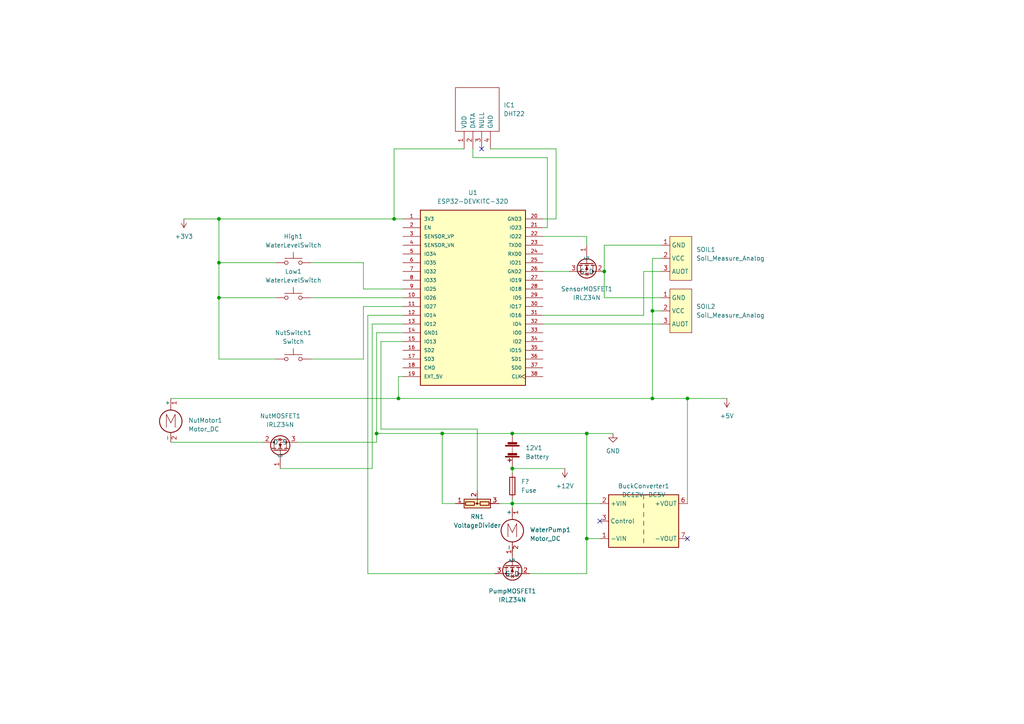
<source format=kicad_sch>
(kicad_sch (version 20211123) (generator eeschema)
  (paper "A4")
  (title_block (title "Automatic drip watering with nutrition") (date "2022-06-05") (rev "06.05"))
  (lib_symbols
    (symbol "Converter_DCDC:NCS1S1203SC"
      (property "Reference" "U" (at -8.89 8.89 0))
      (property "Value" "NCS1S1203SC" (at 8.89 8.89 0))
      (symbol "NCS1S1203SC_0_1"
        (rectangle (start -10.16 7.62) (end 10.16 -7.62) (stroke (width 0.254)) (fill (type background)))
        (polyline (pts (xy 0 -5.08) (xy 0 -6.35)))
        (polyline (pts (xy 0 -2.54) (xy 0 -3.81)))
        (polyline (pts (xy 0 0) (xy 0 -1.27)))
        (polyline (pts (xy 0 2.54) (xy 0 1.27)))
        (polyline (pts (xy 0 5.08) (xy 0 3.81)))
        (polyline (pts (xy 0 7.62) (xy 0 6.35)))
      )
      (symbol "NCS1S1203SC_1_1"
        (pin power_in line (at -12.7 -5.08 0) (length 2.54) (name "-VIN") (number "1"))
        (pin power_in line (at -12.7 5.08 0) (length 2.54) (name "+VIN") (number "2"))
        (pin input line (at -12.7 0 0) (length 2.54) (name "Control") (number "3"))
        (pin power_out line (at 12.7 5.08 180) (length 2.54) (name "+VOUT") (number "6"))
        (pin power_out line (at 12.7 -5.08 180) (length 2.54) (name "-VOUT") (number "7"))
      )
    )
    (symbol "DHT22:DHT22" (pin_names (offset 0.762))
      (property "Reference" "IC" (at 19.05 7.62 0))
      (property "Value" "DHT22" (at 19.05 5.08 0))
      (symbol "DHT22_0_0"
        (pin passive line (at 0 0 0) (length 5.08) (name "VDD") (number "1"))
        (pin passive line (at 0 -2.54 0) (length 5.08) (name "DATA") (number "2"))
        (pin passive line (at 0 -5.08 0) (length 5.08) (name "NULL") (number "3"))
        (pin passive line (at 0 -7.62 0) (length 5.08) (name "GND") (number "4"))
      )
      (symbol "DHT22_0_1"
        (polyline (pts (xy 5.08 2.54) (xy 17.78 2.54) (xy 17.78 -10.16) (xy 5.08 -10.16) (xy 5.08 2.54)) (stroke (width 0.1524)))
      )
    )
    (symbol "Device:Battery" (pin_numbers hide) (pin_names (offset 0) hide)
      (property "Reference" "BT" (at 2.54 2.54 0))
      (property "Value" "Battery" (at 2.54 0 0))
      (symbol "Battery_0_1"
        (rectangle (start -2.032 -1.397) (end 2.032 -1.651) (fill (type outline)))
        (rectangle (start -2.032 1.778) (end 2.032 1.524) (fill (type outline)))
        (rectangle (start -1.3208 -1.9812) (end 1.27 -2.4892) (fill (type outline)))
        (rectangle (start -1.3208 1.1938) (end 1.27 0.6858) (fill (type outline)))
        (polyline (pts (xy 0 -1.524) (xy 0 -1.27)))
        (polyline (pts (xy 0 -1.016) (xy 0 -0.762)))
        (polyline (pts (xy 0 -0.508) (xy 0 -0.254)))
        (polyline (pts (xy 0 0) (xy 0 0.254)))
        (polyline (pts (xy 0 0.508) (xy 0 0.762)))
        (polyline (pts (xy 0 1.778) (xy 0 2.54)))
        (polyline (pts (xy 0.254 2.667) (xy 1.27 2.667)) (stroke (width 0.254)))
        (polyline (pts (xy 0.762 3.175) (xy 0.762 2.159)) (stroke (width 0.254)))
      )
      (symbol "Battery_1_1"
        (pin passive line (at 0 5.08 270) (length 2.54) (name "+") (number "1"))
        (pin passive line (at 0 -5.08 90) (length 2.54) (name "-") (number "2"))
      )
    )
    (symbol "Device:Fuse" (pin_numbers hide) (pin_names (offset 0))
      (property "Reference" "F" (at 2.032 0 90))
      (property "Value" "Fuse" (at -1.905 0 90))
      (symbol "Fuse_0_1"
        (rectangle (start -0.762 -2.54) (end 0.762 2.54) (stroke (width 0.254)))
        (polyline (pts (xy 0 2.54) (xy 0 -2.54)))
      )
      (symbol "Fuse_1_1"
        (pin passive line (at 0 3.81 270) (length 1.27) (name "~") (number "1"))
        (pin passive line (at 0 -3.81 90) (length 1.27) (name "~") (number "2"))
      )
    )
    (symbol "Device:VoltageDivider" (pin_names (offset 0) hide)
      (property "Reference" "RN" (at -4.445 0 90))
      (property "Value" "VoltageDivider" (at -2.54 0 90))
      (symbol "VoltageDivider_0_1"
        (rectangle (start -1.27 -3.81) (end 1.27 3.81) (stroke (width 0.254)) (fill (type background)))
        (rectangle (start -0.508 -3.3782) (end 0.508 -0.8382) (stroke (width 0.254)))
        (rectangle (start -0.508 3.3782) (end 0.508 0.8382) (stroke (width 0.254)))
        (polyline (pts (xy 0 -5.08) (xy 0 -3.429)))
        (polyline (pts (xy 0 0.889) (xy 0 -0.889)))
        (polyline (pts (xy 0 5.08) (xy 0 3.3782)))
        (polyline (pts (xy 1.27 0) (xy 0 0)))
        (circle (center 0 0.0254) (radius 0.254) (fill (type outline)))
      )
      (symbol "VoltageDivider_1_1"
        (pin passive line (at 0 6.35 270) (length 2.54) (name "~") (number "1"))
        (pin passive line (at 3.81 0 180) (length 2.54) (name "~") (number "2"))
        (pin passive line (at 0 -6.35 90) (length 2.54) (name "~") (number "3"))
      )
    )
    (symbol "ESP32-DEVKITC-32D:ESP32-DEVKITC-32D" (pin_names (offset 1.016))
      (property "Reference" "U" (at -15.2654 26.0604 0))
      (property "Value" "ESP32-DEVKITC-32D" (at -15.2654 -27.9654 0))
      (symbol "ESP32-DEVKITC-32D_0_0"
        (rectangle (start -15.24 -25.4) (end 15.24 25.4) (stroke (width 0.254)) (fill (type background)))
        (pin power_in line (at -20.32 22.86 0) (length 5.08) (name "3V3") (number "1"))
        (pin bidirectional line (at -20.32 0 0) (length 5.08) (name "IO26") (number "10"))
        (pin bidirectional line (at -20.32 -2.54 0) (length 5.08) (name "IO27") (number "11"))
        (pin bidirectional line (at -20.32 -5.08 0) (length 5.08) (name "IO14") (number "12"))
        (pin bidirectional line (at -20.32 -7.62 0) (length 5.08) (name "IO12") (number "13"))
        (pin power_in line (at -20.32 -10.16 0) (length 5.08) (name "GND1") (number "14"))
        (pin bidirectional line (at -20.32 -12.7 0) (length 5.08) (name "IO13") (number "15"))
        (pin bidirectional line (at -20.32 -15.24 0) (length 5.08) (name "SD2") (number "16"))
        (pin bidirectional line (at -20.32 -17.78 0) (length 5.08) (name "SD3") (number "17"))
        (pin bidirectional line (at -20.32 -20.32 0) (length 5.08) (name "CMD") (number "18"))
        (pin power_in line (at -20.32 -22.86 0) (length 5.08) (name "EXT_5V") (number "19"))
        (pin input line (at -20.32 20.32 0) (length 5.08) (name "EN") (number "2"))
        (pin power_in line (at 20.32 22.86 180) (length 5.08) (name "GND3") (number "20"))
        (pin bidirectional line (at 20.32 20.32 180) (length 5.08) (name "IO23") (number "21"))
        (pin bidirectional line (at 20.32 17.78 180) (length 5.08) (name "IO22") (number "22"))
        (pin output line (at 20.32 15.24 180) (length 5.08) (name "TXD0") (number "23"))
        (pin input line (at 20.32 12.7 180) (length 5.08) (name "RXD0") (number "24"))
        (pin bidirectional line (at 20.32 10.16 180) (length 5.08) (name "IO21") (number "25"))
        (pin power_in line (at 20.32 7.62 180) (length 5.08) (name "GND2") (number "26"))
        (pin bidirectional line (at 20.32 5.08 180) (length 5.08) (name "IO19") (number "27"))
        (pin bidirectional line (at 20.32 2.54 180) (length 5.08) (name "IO18") (number "28"))
        (pin bidirectional line (at 20.32 0 180) (length 5.08) (name "IO5") (number "29"))
        (pin input line (at -20.32 17.78 0) (length 5.08) (name "SENSOR_VP") (number "3"))
        (pin bidirectional line (at 20.32 -2.54 180) (length 5.08) (name "IO17") (number "30"))
        (pin bidirectional line (at 20.32 -5.08 180) (length 5.08) (name "IO16") (number "31"))
        (pin bidirectional line (at 20.32 -7.62 180) (length 5.08) (name "IO4") (number "32"))
        (pin bidirectional line (at 20.32 -10.16 180) (length 5.08) (name "IO0") (number "33"))
        (pin bidirectional line (at 20.32 -12.7 180) (length 5.08) (name "IO2") (number "34"))
        (pin bidirectional line (at 20.32 -15.24 180) (length 5.08) (name "IO15") (number "35"))
        (pin bidirectional line (at 20.32 -17.78 180) (length 5.08) (name "SD1") (number "36"))
        (pin bidirectional line (at 20.32 -20.32 180) (length 5.08) (name "SD0") (number "37"))
        (pin input clock (at 20.32 -22.86 180) (length 5.08) (name "CLK") (number "38"))
        (pin input line (at -20.32 15.24 0) (length 5.08) (name "SENSOR_VN") (number "4"))
        (pin bidirectional line (at -20.32 12.7 0) (length 5.08) (name "IO34") (number "5"))
        (pin bidirectional line (at -20.32 10.16 0) (length 5.08) (name "IO35") (number "6"))
        (pin bidirectional line (at -20.32 7.62 0) (length 5.08) (name "IO32") (number "7"))
        (pin bidirectional line (at -20.32 5.08 0) (length 5.08) (name "IO33") (number "8"))
        (pin bidirectional line (at -20.32 2.54 0) (length 5.08) (name "IO25") (number "9"))
      )
    )
    (symbol "Gotling:Soil_Measure_Analog"
      (property "Reference" "SOIL" (at 0 5.08 0))
      (property "Value" "Soil_Measure_Analog" (at 0 7.62 0))
      (symbol "Soil_Measure_Analog_0_1"
        (rectangle (start -6.35 3.81) (end 6.35 -2.54) (fill (type background)))
      )
      (symbol "Soil_Measure_Analog_1_1"
        (pin passive line (at -3.81 -5.08 90) (length 2.54) (name "GND") (number "1"))
        (pin power_in line (at 0 -5.08 90) (length 2.54) (name "VCC") (number "2"))
        (pin output line (at 3.81 -5.08 90) (length 2.54) (name "AUOT") (number "3"))
      )
    )
    (symbol "Motor:Motor_DC" (pin_names (offset 0))
      (property "Reference" "M" (at 2.54 2.54 0))
      (property "Value" "Motor_DC" (at 2.54 -5.08 0))
      (symbol "Motor_DC_0_0"
        (polyline (pts (xy -1.27 -3.302) (xy -1.27 0.508) (xy 0 -2.032) (xy 1.27 0.508) (xy 1.27 -3.302)))
      )
      (symbol "Motor_DC_0_1"
        (circle (center 0 -1.524) (radius 3.2512) (stroke (width 0.254)))
        (polyline (pts (xy 0 -7.62) (xy 0 -7.112)))
        (polyline (pts (xy 0 -4.7752) (xy 0 -5.1816)))
        (polyline (pts (xy 0 1.7272) (xy 0 2.0828)))
        (polyline (pts (xy 0 2.032) (xy 0 2.54)))
      )
      (symbol "Motor_DC_1_1"
        (pin passive line (at 0 5.08 270) (length 2.54) (name "+") (number "1"))
        (pin passive line (at 0 -7.62 90) (length 2.54) (name "-") (number "2"))
      )
    )
    (symbol "Switch:SW_Push" (pin_numbers hide) (pin_names (offset 1.016) hide)
      (property "Reference" "SW" (at 1.27 2.54 0))
      (property "Value" "SW_Push" (at 0 -1.524 0))
      (symbol "SW_Push_0_1"
        (circle (center -2.032 0) (radius 0.508))
        (polyline (pts (xy 0 1.27) (xy 0 3.048)))
        (polyline (pts (xy 2.54 1.27) (xy -2.54 1.27)))
        (circle (center 2.032 0) (radius 0.508))
        (pin passive line (at -5.08 0 0) (length 2.54) (name "1") (number "1"))
        (pin passive line (at 5.08 0 180) (length 2.54) (name "2") (number "2"))
      )
    )
    (symbol "Transistor_FET:IRLZ34N"
      (property "Reference" "Q" (at 6.35 1.905 0))
      (property "Value" "IRLZ34N" (at 6.35 0 0))
      (symbol "IRLZ34N_0_1"
        (polyline (pts (xy 0.254 0) (xy -2.54 0)))
        (polyline (pts (xy 0.254 1.905) (xy 0.254 -1.905)) (stroke (width 0.254)))
        (polyline (pts (xy 0.762 -1.27) (xy 0.762 -2.286)) (stroke (width 0.254)))
        (polyline (pts (xy 0.762 0.508) (xy 0.762 -0.508)) (stroke (width 0.254)))
        (polyline (pts (xy 0.762 2.286) (xy 0.762 1.27)) (stroke (width 0.254)))
        (polyline (pts (xy 2.54 2.54) (xy 2.54 1.778)))
        (polyline (pts (xy 2.54 -2.54) (xy 2.54 0) (xy 0.762 0)))
        (polyline (pts (xy 0.762 -1.778) (xy 3.302 -1.778) (xy 3.302 1.778) (xy 0.762 1.778)))
        (polyline (pts (xy 1.016 0) (xy 2.032 0.381) (xy 2.032 -0.381) (xy 1.016 0)) (fill (type outline)))
        (polyline (pts (xy 2.794 0.508) (xy 2.921 0.381) (xy 3.683 0.381) (xy 3.81 0.254)))
        (polyline (pts (xy 3.302 0.381) (xy 2.921 -0.254) (xy 3.683 -0.254) (xy 3.302 0.381)))
        (circle (center 1.651 0) (radius 2.794) (stroke (width 0.254)))
        (circle (center 2.54 -1.778) (radius 0.254) (fill (type outline)))
        (circle (center 2.54 1.778) (radius 0.254) (fill (type outline)))
      )
      (symbol "IRLZ34N_1_1"
        (pin input line (at -5.08 0 0) (length 2.54) (name "G") (number "1"))
        (pin passive line (at 2.54 5.08 270) (length 2.54) (name "D") (number "2"))
        (pin passive line (at 2.54 -5.08 90) (length 2.54) (name "S") (number "3"))
      )
    )
    (symbol "power:+12V" (power) (pin_names (offset 0))
      (property "Value" "+12V" (at 0 3.556 0))
      (symbol "+12V_0_1"
        (polyline (pts (xy -0.762 1.27) (xy 0 2.54)))
        (polyline (pts (xy 0 0) (xy 0 2.54)))
        (polyline (pts (xy 0 2.54) (xy 0.762 1.27)))
      )
      (symbol "+12V_1_1"
        (pin power_in line (at 0 0 90) (length 0) hide (name "+12V") (number "1"))
      )
    )
    (symbol "power:+3V3" (power) (pin_names (offset 0))
      (property "Value" "+3V3" (at 0 3.556 0))
      (symbol "+3V3_0_1"
        (polyline (pts (xy -0.762 1.27) (xy 0 2.54)))
        (polyline (pts (xy 0 0) (xy 0 2.54)))
        (polyline (pts (xy 0 2.54) (xy 0.762 1.27)))
      )
      (symbol "+3V3_1_1"
        (pin power_in line (at 0 0 90) (length 0) hide (name "+3V3") (number "1"))
      )
    )
    (symbol "power:+5V" (power) (pin_names (offset 0))
      (property "Value" "+5V" (at 0 3.556 0))
      (symbol "+5V_0_1"
        (polyline (pts (xy -0.762 1.27) (xy 0 2.54)))
        (polyline (pts (xy 0 0) (xy 0 2.54)))
        (polyline (pts (xy 0 2.54) (xy 0.762 1.27)))
      )
      (symbol "+5V_1_1"
        (pin power_in line (at 0 0 90) (length 0) hide (name "+5V") (number "1"))
      )
    )
    (symbol "power:GND" (power) (pin_names (offset 0))
      (property "Value" "GND" (at 0 -3.81 0))
      (symbol "GND_0_1"
        (polyline (pts (xy 0 0) (xy 0 -1.27) (xy 1.27 -1.27) (xy 0 -2.54) (xy -1.27 -1.27) (xy 0 -1.27)))
      )
      (symbol "GND_1_1"
        (pin power_in line (at 0 0 270) (length 0) hide (name "GND") (number "1"))
      )
    )
  )
  (junction (at 63.5 86.36))
  (junction (at 115.57 115.57))
  (junction (at 175.26 78.74))
  (junction (at 63.5 76.2))
  (junction (at 114.3 63.5))
  (junction (at 170.18 156.21))
  (junction (at 63.5 63.5))
  (junction (at 128.27 125.73))
  (junction (at 199.39 115.57))
  (junction (at 148.59 135.89))
  (junction (at 189.23 115.57))
  (junction (at 189.23 90.17))
  (junction (at 148.59 125.73))
  (junction (at 109.22 125.73))
  (junction (at 148.59 146.05))
  (junction (at 170.18 125.73))
  (no_connect (at 139.7 43.18))
  (no_connect (at 173.99 151.13))
  (no_connect (at 199.39 156.21))
  (wire (pts (xy 148.59 144.78) (xy 148.59 146.05)))
  (wire (pts (xy 134.62 43.18) (xy 114.3 43.18)))
  (wire (pts (xy 170.18 125.73) (xy 177.8 125.73)))
  (wire (pts (xy 157.48 91.44) (xy 186.69 91.44)))
  (wire (pts (xy 63.5 63.5) (xy 114.3 63.5)))
  (wire (pts (xy 107.95 93.98) (xy 107.95 135.89)))
  (wire (pts (xy 110.49 124.46) (xy 110.49 99.06)))
  (wire (pts (xy 189.23 90.17) (xy 189.23 115.57)))
  (wire (pts (xy 105.41 88.9) (xy 116.84 88.9)))
  (wire (pts (xy 191.77 78.74) (xy 186.69 78.74)))
  (wire (pts (xy 170.18 71.12) (xy 170.18 68.58)))
  (wire (pts (xy 109.22 125.73) (xy 128.27 125.73)))
  (wire (pts (xy 148.59 137.16) (xy 148.59 135.89)))
  (wire (pts (xy 128.27 125.73) (xy 128.27 146.05)))
  (wire (pts (xy 63.5 86.36) (xy 63.5 104.14)))
  (wire (pts (xy 189.23 115.57) (xy 199.39 115.57)))
  (wire (pts (xy 63.5 104.14) (xy 80.01 104.14)))
  (wire (pts (xy 142.24 43.18) (xy 161.29 43.18)))
  (wire (pts (xy 170.18 125.73) (xy 170.18 156.21)))
  (wire (pts (xy 157.48 66.04) (xy 158.75 66.04)))
  (wire (pts (xy 105.41 104.14) (xy 90.17 104.14)))
  (wire (pts (xy 170.18 68.58) (xy 157.48 68.58)))
  (wire (pts (xy 153.67 166.37) (xy 170.18 166.37)))
  (wire (pts (xy 148.59 147.32) (xy 148.59 146.05)))
  (wire (pts (xy 158.75 66.04) (xy 158.75 45.72)))
  (wire (pts (xy 189.23 74.93) (xy 189.23 90.17)))
  (wire (pts (xy 53.34 63.5) (xy 63.5 63.5)))
  (wire (pts (xy 189.23 90.17) (xy 191.77 90.17)))
  (wire (pts (xy 186.69 78.74) (xy 186.69 91.44)))
  (wire (pts (xy 115.57 115.57) (xy 189.23 115.57)))
  (wire (pts (xy 191.77 86.36) (xy 175.26 86.36)))
  (wire (pts (xy 105.41 76.2) (xy 105.41 83.82)))
  (wire (pts (xy 107.95 93.98) (xy 116.84 93.98)))
  (wire (pts (xy 110.49 99.06) (xy 116.84 99.06)))
  (wire (pts (xy 63.5 86.36) (xy 80.01 86.36)))
  (wire (pts (xy 138.43 142.24) (xy 138.43 124.46)))
  (wire (pts (xy 63.5 63.5) (xy 63.5 76.2)))
  (wire (pts (xy 90.17 76.2) (xy 105.41 76.2)))
  (wire (pts (xy 105.41 83.82) (xy 116.84 83.82)))
  (wire (pts (xy 138.43 124.46) (xy 110.49 124.46)))
  (wire (pts (xy 161.29 43.18) (xy 161.29 63.5)))
  (wire (pts (xy 175.26 86.36) (xy 175.26 78.74)))
  (wire (pts (xy 109.22 125.73) (xy 109.22 96.52)))
  (wire (pts (xy 157.48 63.5) (xy 161.29 63.5)))
  (wire (pts (xy 81.28 135.89) (xy 107.95 135.89)))
  (wire (pts (xy 86.36 128.27) (xy 109.22 128.27)))
  (wire (pts (xy 148.59 160.02) (xy 148.59 158.75)))
  (wire (pts (xy 63.5 76.2) (xy 63.5 86.36)))
  (wire (pts (xy 106.68 166.37) (xy 143.51 166.37)))
  (wire (pts (xy 114.3 43.18) (xy 114.3 63.5)))
  (wire (pts (xy 115.57 115.57) (xy 115.57 109.22)))
  (wire (pts (xy 210.82 115.57) (xy 199.39 115.57)))
  (wire (pts (xy 106.68 91.44) (xy 116.84 91.44)))
  (wire (pts (xy 63.5 76.2) (xy 80.01 76.2)))
  (wire (pts (xy 109.22 96.52) (xy 116.84 96.52)))
  (wire (pts (xy 106.68 91.44) (xy 106.68 166.37)))
  (wire (pts (xy 163.83 135.89) (xy 148.59 135.89)))
  (wire (pts (xy 49.53 115.57) (xy 115.57 115.57)))
  (wire (pts (xy 148.59 125.73) (xy 170.18 125.73)))
  (wire (pts (xy 170.18 156.21) (xy 170.18 166.37)))
  (wire (pts (xy 144.78 146.05) (xy 148.59 146.05)))
  (wire (pts (xy 170.18 156.21) (xy 173.99 156.21)))
  (wire (pts (xy 175.26 71.12) (xy 191.77 71.12)))
  (wire (pts (xy 148.59 146.05) (xy 173.99 146.05)))
  (wire (pts (xy 128.27 146.05) (xy 132.08 146.05)))
  (wire (pts (xy 128.27 125.73) (xy 148.59 125.73)))
  (wire (pts (xy 114.3 63.5) (xy 116.84 63.5)))
  (wire (pts (xy 199.39 146.05) (xy 199.39 115.57)))
  (wire (pts (xy 158.75 45.72) (xy 137.16 45.72)))
  (wire (pts (xy 49.53 128.27) (xy 76.2 128.27)))
  (wire (pts (xy 109.22 128.27) (xy 109.22 125.73)))
  (wire (pts (xy 137.16 45.72) (xy 137.16 43.18)))
  (wire (pts (xy 157.48 78.74) (xy 165.1 78.74)))
  (wire (pts (xy 105.41 88.9) (xy 105.41 104.14)))
  (wire (pts (xy 175.26 78.74) (xy 175.26 71.12)))
  (wire (pts (xy 191.77 74.93) (xy 189.23 74.93)))
  (wire (pts (xy 157.48 93.98) (xy 191.77 93.98)))
  (wire (pts (xy 90.17 86.36) (xy 116.84 86.36)))
  (wire (pts (xy 115.57 109.22) (xy 116.84 109.22)))
  (symbol (lib_id "Gotling:Soil_Measure_Analog") (at 196.85 74.93 270) (unit 1)
    (property "Reference" "SOIL1" (at 201.93 72.3899 90) (effects (justify left)))
    (property "Value" "Soil_Measure_Analog" (at 201.93 74.9299 90) (effects (justify left)))
    (property "Footprint" "Connector_JST:JST_VH_B3P-VH-FB-B_1x03_P3.96mm_Vertical" (effects hide))
  )
  (symbol (lib_id "Transistor_FET:IRLZ34N") (at 148.59 163.83 270) (unit 1)
    (property "Reference" "PumpMOSFET1" (at 148.59 171.45 90))
    (property "Value" "IRLZ34N" (at 148.59 173.99 90))
    (property "Footprint" "Package_TO_SOT_THT:TO-220-3_Vertical" (effects hide))
    (property "Datasheet" "http://www.infineon.com/dgdl/irlz34npbf.pdf?fileId=5546d462533600a40153567206892720" (effects hide))
  )
  (symbol (lib_id "Switch:SW_Push") (at 85.09 86.36 0) (unit 1)
    (property "Reference" "Low1" (at 85.09 78.74 0))
    (property "Value" "WaterLevelSwitch" (at 85.09 81.28 0))
    (property "Footprint" "Package_DIP:DIP-8_W7.62mm" (effects hide))
  )
  (symbol (lib_id "power:+3V3") (at 53.34 63.5 180) (unit 1)
    (property "Reference" "#PWR?" (effects hide))
    (property "Value" "+3V3" (at 53.34 68.58 0))
  )
  (symbol (lib_id "power:GND") (at 177.8 125.73 0) (unit 1)
    (property "Reference" "#PWR?" (effects hide))
    (property "Value" "GND" (at 177.8 130.81 0))
  )
  (symbol (lib_id "Device:Battery") (at 148.59 130.81 180) (unit 1)
    (property "Reference" "12V1" (at 152.4 129.9209 0) (effects (justify right)))
    (property "Value" "Battery" (at 152.4 132.4609 0) (effects (justify right)))
    (property "Footprint" "Connector_JST:JST_VH_B3P-VH-FB-B_1x03_P3.96mm_Vertical" (effects hide))
  )
  (symbol (lib_id "Switch:SW_Push") (at 85.09 76.2 0) (unit 1)
    (property "Reference" "High1" (at 85.09 68.58 0))
    (property "Value" "WaterLevelSwitch" (at 85.09 71.12 0))
    (property "Footprint" "Package_DIP:DIP-8_W7.62mm" (effects hide))
  )
  (symbol (lib_id "Gotling:Soil_Measure_Analog") (at 196.85 90.17 270) (unit 1)
    (property "Reference" "SOIL2" (at 201.93 88.8999 90) (effects (justify left)))
    (property "Value" "Soil_Measure_Analog" (at 201.93 91.4399 90) (effects (justify left)))
    (property "Footprint" "Connector_JST:JST_VH_B3P-VH-FB-B_1x03_P3.96mm_Vertical" (effects hide))
  )
  (symbol (lib_id "ESP32-DEVKITC-32D:ESP32-DEVKITC-32D") (at 137.16 86.36 0) (unit 1)
    (property "Reference" "U1" (at 137.16 55.88 0))
    (property "Value" "ESP32-DEVKITC-32D" (at 137.16 58.42 0))
    (property "Footprint" "MODULE_ESP32-DEVKITC-32D" (effects hide))
    (property "PARTREV" "4" (effects hide))
    (property "MANUFACTURER" "Espressif Systems" (effects hide))
  )
  (symbol (lib_id "Device:VoltageDivider") (at 138.43 146.05 90) (unit 1)
    (property "Reference" "RN1" (at 138.43 149.86 90))
    (property "Value" "VoltageDivider" (at 138.43 152.4 90))
    (property "Footprint" "Resistor_THT:R_Array_SIP4" (effects hide))
  )
  (symbol (lib_id "power:+12V") (at 163.83 135.89 180) (unit 1)
    (property "Reference" "#PWR?" (effects hide))
    (property "Value" "+12V" (at 163.83 140.97 0))
  )
  (symbol (lib_id "power:+5V") (at 210.82 115.57 180) (unit 1)
    (property "Reference" "#PWR?" (effects hide))
    (property "Value" "+5V" (at 210.82 120.65 0))
  )
  (symbol (lib_id "Motor:Motor_DC") (at 148.59 152.4 0) (unit 1)
    (property "Reference" "WaterPump1" (at 153.67 153.6699 0) (effects (justify left)))
    (property "Value" "Motor_DC" (at 153.67 156.2099 0) (effects (justify left)))
    (property "Footprint" "Connector_JST:JST_VH_B3P-VH-FB-B_1x03_P3.96mm_Vertical" (effects hide))
  )
  (symbol (lib_id "Converter_DCDC:NCS1S1203SC") (at 186.69 151.13 0) (unit 1)
    (property "Reference" "BuckConverter1" (at 186.69 140.97 0))
    (property "Value" "DC12V-DC5V" (at 186.69 143.51 0))
    (property "Footprint" "Converter_DCDC:Converter_DCDC_Murata_NCS1SxxxxSC_THT" (effects hide))
    (property "Datasheet" "https://power.murata.com/data/power/ncl/kdc_ncs1.pdf" (effects hide))
  )
  (symbol (lib_id "Transistor_FET:IRLZ34N") (at 81.28 130.81 90) (unit 1)
    (property "Reference" "NutMOSFET1" (at 81.28 120.65 90))
    (property "Value" "IRLZ34N" (at 81.28 123.19 90))
    (property "Footprint" "Package_TO_SOT_THT:TO-220-3_Vertical" (effects hide))
    (property "Datasheet" "http://www.infineon.com/dgdl/irlz34npbf.pdf?fileId=5546d462533600a40153567206892720" (effects hide))
  )
  (symbol (lib_id "Transistor_FET:IRLZ34N") (at 170.18 76.2 270) (unit 1)
    (property "Reference" "SensorMOSFET1" (at 170.18 83.82 90))
    (property "Value" "IRLZ34N" (at 170.18 86.36 90))
    (property "Footprint" "Package_TO_SOT_THT:TO-220-3_Vertical" (effects hide))
    (property "Datasheet" "http://www.infineon.com/dgdl/irlz34npbf.pdf?fileId=5546d462533600a40153567206892720" (effects hide))
  )
  (symbol (lib_id "Device:Fuse") (at 148.59 140.97 0) (unit 1)
    (property "Reference" "F?" (at 151.13 139.6999 0) (effects (justify left)))
    (property "Value" "Fuse" (at 151.13 142.2399 0) (effects (justify left)))
  )
  (symbol (lib_id "Motor:Motor_DC") (at 49.53 120.65 0) (unit 1)
    (property "Reference" "NutMotor1" (at 54.61 121.9199 0) (effects (justify left)))
    (property "Value" "Motor_DC" (at 54.61 124.4599 0) (effects (justify left)))
    (property "Footprint" "Connector_JST:JST_VH_B3P-VH-FB-B_1x03_P3.96mm_Vertical" (effects hide))
  )
  (symbol (lib_id "Switch:SW_Push") (at 85.09 104.14 0) (unit 1)
    (property "Reference" "NutSwitch1" (at 85.09 96.52 0))
    (property "Value" "Switch" (at 85.09 99.06 0))
    (property "Footprint" "Package_DIP:DIP-8_W7.62mm" (effects hide))
  )
  (symbol (lib_id "DHT22:DHT22") (at 134.62 43.18 90) (unit 1)
    (property "Reference" "IC1" (at 146.05 30.4799 90) (effects (justify right)))
    (property "Value" "DHT22" (at 146.05 33.0199 90) (effects (justify right)))
    (property "Footprint" "DHT22" (effects hide))
    (property "Datasheet" "https://datasheet4u.com/datasheet-parts/DHT22-datasheet.php?id=792211" (effects hide))
    (property "Description" "Digital-output relative humidity & temperature sensor/module DHT22" (effects hide))
    (property "Height" "25.1" (effects hide))
    (property "Manufacturer_Name" "Aosong Electronics" (effects hide))
    (property "Manufacturer_Part_Number" "DHT22" (effects hide))
  )
)
</source>
